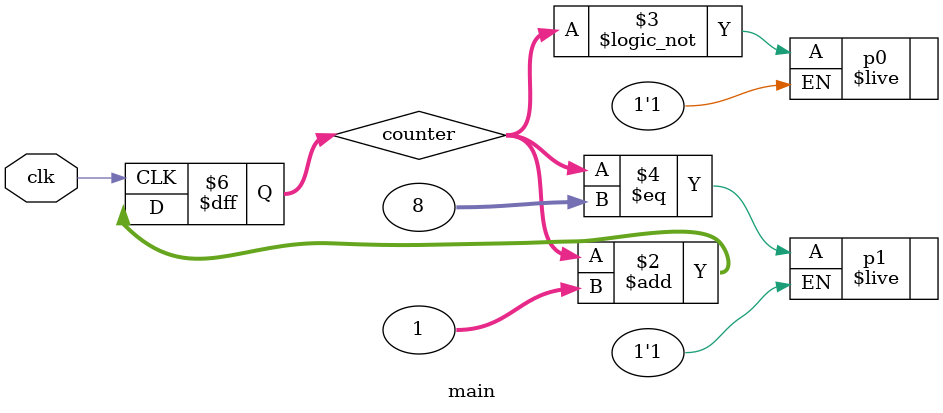
<source format=sv>
module main(input clk);

  reg [31:0] counter;

  initial counter=0;

  always @(posedge clk)
    counter=counter+1;

  // both expected to pass
  p0: assert property (eventually counter==0);
  p1: assert property (eventually counter==8);

endmodule

</source>
